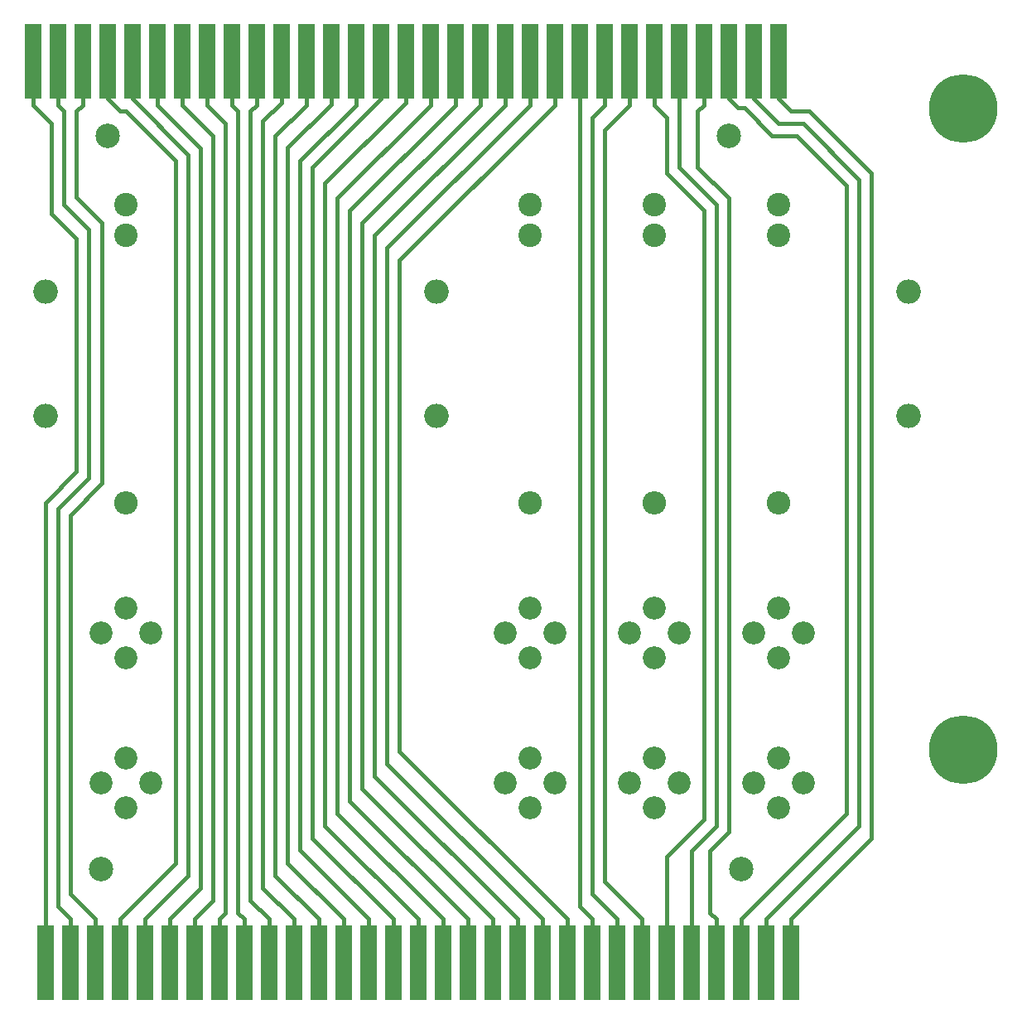
<source format=gtl>
%TF.GenerationSoftware,KiCad,Pcbnew,(5.1.9)-1*%
%TF.CreationDate,2021-05-05T16:31:56+08:00*%
%TF.ProjectId,Riser,52697365-722e-46b6-9963-61645f706362,rev?*%
%TF.SameCoordinates,Original*%
%TF.FileFunction,Copper,L1,Top*%
%TF.FilePolarity,Positive*%
%FSLAX46Y46*%
G04 Gerber Fmt 4.6, Leading zero omitted, Abs format (unit mm)*
G04 Created by KiCad (PCBNEW (5.1.9)-1) date 2021-05-05 16:31:56*
%MOMM*%
%LPD*%
G01*
G04 APERTURE LIST*
%TA.AperFunction,ComponentPad*%
%ADD10O,2.400000X2.400000*%
%TD*%
%TA.AperFunction,ComponentPad*%
%ADD11C,2.400000*%
%TD*%
%TA.AperFunction,ComponentPad*%
%ADD12C,7.000000*%
%TD*%
%TA.AperFunction,ComponentPad*%
%ADD13O,2.500000X2.500000*%
%TD*%
%TA.AperFunction,ComponentPad*%
%ADD14C,2.500000*%
%TD*%
%TA.AperFunction,ConnectorPad*%
%ADD15R,1.780000X7.620000*%
%TD*%
%TA.AperFunction,ComponentPad*%
%ADD16C,2.350000*%
%TD*%
%TA.AperFunction,Conductor*%
%ADD17C,0.400000*%
%TD*%
G04 APERTURE END LIST*
D10*
%TO.P,R2,2*%
%TO.N,Net-(F2-Pad1)*%
X173990000Y-91440000D03*
D11*
%TO.P,R2,1*%
%TO.N,-5V_OUT*%
X173990000Y-60960000D03*
X173990000Y-64135000D03*
%TD*%
D10*
%TO.P,R3,2*%
%TO.N,Net-(F3-Pad1)*%
X161290000Y-91440000D03*
D11*
%TO.P,R3,1*%
%TO.N,-12V_OUT*%
X161290000Y-60960000D03*
X161290000Y-64135000D03*
%TD*%
D10*
%TO.P,R4,2*%
%TO.N,Net-(F4-Pad1)*%
X148590000Y-91440000D03*
D11*
%TO.P,R4,1*%
%TO.N,12V_OUT*%
X148590000Y-60960000D03*
X148590000Y-64135000D03*
%TD*%
D10*
%TO.P,R1,2*%
%TO.N,Net-(F1-Pad1)*%
X107315000Y-91440000D03*
D11*
%TO.P,R1,1*%
%TO.N,VCC2_OUT*%
X107315000Y-60960000D03*
X107315000Y-64135000D03*
%TD*%
D12*
%TO.P,H2,1*%
%TO.N,GND1*%
X192913000Y-116713000D03*
%TD*%
%TO.P,H1,1*%
%TO.N,GND1*%
X192913000Y-51181000D03*
%TD*%
D13*
%TO.P,J5,1*%
%TO.N,GND3*%
X99060000Y-69850000D03*
%TO.P,J5,2*%
X99060000Y-82550000D03*
%TD*%
%TO.P,J4,1*%
%TO.N,GND2*%
X139065000Y-69850000D03*
%TO.P,J4,2*%
X139065000Y-82550000D03*
%TD*%
%TO.P,J3,1*%
%TO.N,GND1*%
X187325000Y-69850000D03*
%TO.P,J3,2*%
X187325000Y-82550000D03*
%TD*%
D14*
%TO.P,J7B1,1*%
%TO.N,VCC1_OUT*%
X168910000Y-53975000D03*
%TD*%
%TO.P,J7A1,1*%
%TO.N,VCC2_OUT*%
X105410000Y-53975000D03*
%TD*%
%TO.P,J6B1,1*%
%TO.N,VCC1_IN*%
X170180000Y-128905000D03*
%TD*%
%TO.P,J6A1,1*%
%TO.N,VCC2_IN*%
X104775000Y-128905000D03*
%TD*%
D15*
%TO.P,J2,62*%
%TO.N,A00*%
X97790000Y-46355000D03*
%TO.P,J2,61*%
%TO.N,A01*%
X100330000Y-46355000D03*
%TO.P,J2,60*%
%TO.N,A02*%
X102870000Y-46355000D03*
%TO.P,J2,59*%
%TO.N,A03*%
X105410000Y-46355000D03*
%TO.P,J2,58*%
%TO.N,A04*%
X107950000Y-46355000D03*
%TO.P,J2,57*%
%TO.N,A05*%
X110490000Y-46355000D03*
%TO.P,J2,56*%
%TO.N,A06*%
X113030000Y-46355000D03*
%TO.P,J2,55*%
%TO.N,A07*%
X115570000Y-46355000D03*
%TO.P,J2,54*%
%TO.N,A08*%
X118110000Y-46355000D03*
%TO.P,J2,53*%
%TO.N,A09*%
X120650000Y-46355000D03*
%TO.P,J2,52*%
%TO.N,A10*%
X123190000Y-46355000D03*
%TO.P,J2,51*%
%TO.N,A11*%
X125730000Y-46355000D03*
%TO.P,J2,50*%
%TO.N,A12*%
X128270000Y-46355000D03*
%TO.P,J2,49*%
%TO.N,A13*%
X130810000Y-46355000D03*
%TO.P,J2,48*%
%TO.N,A14*%
X133350000Y-46355000D03*
%TO.P,J2,47*%
%TO.N,A15*%
X135890000Y-46355000D03*
%TO.P,J2,46*%
%TO.N,A16*%
X138430000Y-46355000D03*
%TO.P,J2,45*%
%TO.N,A17*%
X140970000Y-46355000D03*
%TO.P,J2,44*%
%TO.N,A18*%
X143510000Y-46355000D03*
%TO.P,J2,43*%
%TO.N,A19*%
X146050000Y-46355000D03*
%TO.P,J2,42*%
%TO.N,AEN*%
X148590000Y-46355000D03*
%TO.P,J2,41*%
%TO.N,IOCHRDY*%
X151130000Y-46355000D03*
%TO.P,J2,40*%
%TO.N,D0*%
X153670000Y-46355000D03*
%TO.P,J2,39*%
%TO.N,D1*%
X156210000Y-46355000D03*
%TO.P,J2,38*%
%TO.N,D2*%
X158750000Y-46355000D03*
%TO.P,J2,37*%
%TO.N,D3*%
X161290000Y-46355000D03*
%TO.P,J2,36*%
%TO.N,D4*%
X163830000Y-46355000D03*
%TO.P,J2,35*%
%TO.N,D5*%
X166370000Y-46355000D03*
%TO.P,J2,34*%
%TO.N,D6*%
X168910000Y-46355000D03*
%TO.P,J2,33*%
%TO.N,D7*%
X171450000Y-46355000D03*
%TO.P,J2,32*%
%TO.N,~IO_CH_CK*%
X173990000Y-46355000D03*
%TD*%
D16*
%TO.P,F4,1*%
%TO.N,Net-(F4-Pad1)*%
X146050000Y-104775000D03*
X151130000Y-104775000D03*
%TO.P,F4,2*%
%TO.N,12V_IN*%
X146050000Y-120095000D03*
X151130000Y-120095000D03*
%TO.P,F4,1*%
%TO.N,Net-(F4-Pad1)*%
X148590000Y-102235000D03*
X148590000Y-107315000D03*
%TO.P,F4,2*%
%TO.N,12V_IN*%
X148590000Y-122635000D03*
X148590000Y-117555000D03*
%TD*%
%TO.P,F3,1*%
%TO.N,Net-(F3-Pad1)*%
X158750000Y-104775000D03*
X163830000Y-104775000D03*
%TO.P,F3,2*%
%TO.N,-12V_IN*%
X158750000Y-120095000D03*
X163830000Y-120095000D03*
%TO.P,F3,1*%
%TO.N,Net-(F3-Pad1)*%
X161290000Y-102235000D03*
X161290000Y-107315000D03*
%TO.P,F3,2*%
%TO.N,-12V_IN*%
X161290000Y-122635000D03*
X161290000Y-117555000D03*
%TD*%
%TO.P,F2,1*%
%TO.N,Net-(F2-Pad1)*%
X171450000Y-104775000D03*
X176530000Y-104775000D03*
%TO.P,F2,2*%
%TO.N,-5V_IN*%
X171450000Y-120095000D03*
X176530000Y-120095000D03*
%TO.P,F2,1*%
%TO.N,Net-(F2-Pad1)*%
X173990000Y-102235000D03*
X173990000Y-107315000D03*
%TO.P,F2,2*%
%TO.N,-5V_IN*%
X173990000Y-122635000D03*
X173990000Y-117555000D03*
%TD*%
%TO.P,F1,1*%
%TO.N,Net-(F1-Pad1)*%
X104775000Y-104775000D03*
X109855000Y-104775000D03*
%TO.P,F1,2*%
%TO.N,VCC2_IN*%
X104775000Y-120095000D03*
X109855000Y-120095000D03*
%TO.P,F1,1*%
%TO.N,Net-(F1-Pad1)*%
X107315000Y-102235000D03*
X107315000Y-107315000D03*
%TO.P,F1,2*%
%TO.N,VCC2_IN*%
X107315000Y-122635000D03*
X107315000Y-117555000D03*
%TD*%
D15*
%TO.P,J1,62*%
%TO.N,A00*%
X99060000Y-138430000D03*
%TO.P,J1,61*%
%TO.N,A01*%
X101600000Y-138430000D03*
%TO.P,J1,60*%
%TO.N,A02*%
X104140000Y-138430000D03*
%TO.P,J1,59*%
%TO.N,A03*%
X106680000Y-138430000D03*
%TO.P,J1,58*%
%TO.N,A04*%
X109220000Y-138430000D03*
%TO.P,J1,57*%
%TO.N,A05*%
X111760000Y-138430000D03*
%TO.P,J1,56*%
%TO.N,A06*%
X114300000Y-138430000D03*
%TO.P,J1,55*%
%TO.N,A07*%
X116840000Y-138430000D03*
%TO.P,J1,54*%
%TO.N,A08*%
X119380000Y-138430000D03*
%TO.P,J1,53*%
%TO.N,A09*%
X121920000Y-138430000D03*
%TO.P,J1,52*%
%TO.N,A10*%
X124460000Y-138430000D03*
%TO.P,J1,51*%
%TO.N,A11*%
X127000000Y-138430000D03*
%TO.P,J1,50*%
%TO.N,A12*%
X129540000Y-138430000D03*
%TO.P,J1,49*%
%TO.N,A13*%
X132080000Y-138430000D03*
%TO.P,J1,48*%
%TO.N,A14*%
X134620000Y-138430000D03*
%TO.P,J1,47*%
%TO.N,A15*%
X137160000Y-138430000D03*
%TO.P,J1,46*%
%TO.N,A16*%
X139700000Y-138430000D03*
%TO.P,J1,45*%
%TO.N,A17*%
X142240000Y-138430000D03*
%TO.P,J1,44*%
%TO.N,A18*%
X144780000Y-138430000D03*
%TO.P,J1,43*%
%TO.N,A19*%
X147320000Y-138430000D03*
%TO.P,J1,42*%
%TO.N,AEN*%
X149860000Y-138430000D03*
%TO.P,J1,41*%
%TO.N,IOCHRDY*%
X152400000Y-138430000D03*
%TO.P,J1,40*%
%TO.N,D0*%
X154940000Y-138430000D03*
%TO.P,J1,39*%
%TO.N,D1*%
X157480000Y-138430000D03*
%TO.P,J1,38*%
%TO.N,D2*%
X160020000Y-138430000D03*
%TO.P,J1,37*%
%TO.N,D3*%
X162560000Y-138430000D03*
%TO.P,J1,36*%
%TO.N,D4*%
X165100000Y-138430000D03*
%TO.P,J1,35*%
%TO.N,D5*%
X167640000Y-138430000D03*
%TO.P,J1,34*%
%TO.N,D6*%
X170180000Y-138430000D03*
%TO.P,J1,33*%
%TO.N,D7*%
X172720000Y-138430000D03*
%TO.P,J1,32*%
%TO.N,~IO_CH_CK*%
X175260000Y-138430000D03*
%TD*%
D17*
%TO.N,A00*%
X99060000Y-91440000D02*
X99060000Y-138430000D01*
X102235000Y-64452500D02*
X102235000Y-88265000D01*
X99695000Y-52705000D02*
X99695000Y-61912500D01*
X99695000Y-61912500D02*
X102235000Y-64452500D01*
X97790000Y-50800000D02*
X99695000Y-52705000D01*
X102235000Y-88265000D02*
X99060000Y-91440000D01*
X97790000Y-46355000D02*
X97790000Y-50800000D01*
%TO.N,A01*%
X100330000Y-50800000D02*
X100330000Y-46355000D01*
X100965000Y-60960000D02*
X100965000Y-51435000D01*
X103505000Y-63500000D02*
X100965000Y-60960000D01*
X100330000Y-92075000D02*
X103505000Y-88900000D01*
X100330000Y-132715000D02*
X100330000Y-92075000D01*
X103505000Y-88900000D02*
X103505000Y-63500000D01*
X101600000Y-133985000D02*
X100330000Y-132715000D01*
X100965000Y-51435000D02*
X100330000Y-50800000D01*
X101600000Y-138430000D02*
X101600000Y-133985000D01*
%TO.N,A02*%
X102870000Y-50800000D02*
X102870000Y-46355000D01*
X102235000Y-51435000D02*
X102870000Y-50800000D01*
X104862686Y-62865000D02*
X102235000Y-60237314D01*
X101600000Y-92710000D02*
X104862686Y-89447314D01*
X102235000Y-60237314D02*
X102235000Y-51435000D01*
X101600000Y-131445000D02*
X101600000Y-92710000D01*
X104140000Y-133985000D02*
X101600000Y-131445000D01*
X104862686Y-89447314D02*
X104862686Y-62865000D01*
X104140000Y-138430000D02*
X104140000Y-133985000D01*
%TO.N,A03*%
X106680000Y-133985000D02*
X106680000Y-138430000D01*
X112395000Y-128270000D02*
X106680000Y-133985000D01*
X112395000Y-56515000D02*
X112395000Y-128270000D01*
X107315000Y-51435000D02*
X112395000Y-56515000D01*
X106680000Y-51435000D02*
X107315000Y-51435000D01*
X105410000Y-50165000D02*
X106680000Y-51435000D01*
X105410000Y-46355000D02*
X105410000Y-50165000D01*
%TO.N,A04*%
X109220000Y-133985000D02*
X109220000Y-138430000D01*
X113665000Y-129540000D02*
X109220000Y-133985000D01*
X113665000Y-55880000D02*
X113665000Y-129540000D01*
X107950000Y-50165000D02*
X113665000Y-55880000D01*
X107950000Y-46355000D02*
X107950000Y-50165000D01*
%TO.N,A05*%
X110490000Y-50800000D02*
X110490000Y-46355000D01*
X114935000Y-55245000D02*
X110490000Y-50800000D01*
X114935000Y-130810000D02*
X114935000Y-55245000D01*
X111760000Y-133985000D02*
X114935000Y-130810000D01*
X111760000Y-138430000D02*
X111760000Y-133985000D01*
%TO.N,A06*%
X114300000Y-133985000D02*
X114300000Y-138430000D01*
X116205000Y-132080000D02*
X114300000Y-133985000D01*
X116205000Y-53975000D02*
X116205000Y-132080000D01*
X113030000Y-50800000D02*
X116205000Y-53975000D01*
X113030000Y-46355000D02*
X113030000Y-50800000D01*
%TO.N,A07*%
X115570000Y-50800000D02*
X115570000Y-46355000D01*
X117475000Y-52705000D02*
X115570000Y-50800000D01*
X117475000Y-133350000D02*
X117475000Y-52705000D01*
X116840000Y-133985000D02*
X117475000Y-133350000D01*
X116840000Y-138430000D02*
X116840000Y-133985000D01*
%TO.N,A08*%
X119380000Y-133985000D02*
X119380000Y-138430000D01*
X118745000Y-133350000D02*
X119380000Y-133985000D01*
X118745000Y-51435000D02*
X118745000Y-133350000D01*
X118110000Y-50800000D02*
X118745000Y-51435000D01*
X118110000Y-46355000D02*
X118110000Y-50800000D01*
%TO.N,A09*%
X121920000Y-133985000D02*
X121920000Y-138430000D01*
X120015000Y-132080000D02*
X121920000Y-133985000D01*
X120015000Y-51435000D02*
X120015000Y-132080000D01*
X120650000Y-50800000D02*
X120015000Y-51435000D01*
X120650000Y-46355000D02*
X120650000Y-50800000D01*
%TO.N,A10*%
X124460000Y-133989813D02*
X124460000Y-138430000D01*
X121285000Y-130814813D02*
X124460000Y-133989813D01*
X121285000Y-52470000D02*
X121285000Y-130814813D01*
X123190000Y-50565000D02*
X121285000Y-52470000D01*
X123190000Y-46355000D02*
X123190000Y-50565000D01*
%TO.N,A11*%
X125730000Y-50800000D02*
X125730000Y-46355000D01*
X122555000Y-53975000D02*
X125730000Y-50800000D01*
X122555000Y-129540000D02*
X122555000Y-53975000D01*
X127000000Y-133985000D02*
X122555000Y-129540000D01*
X127000000Y-138430000D02*
X127000000Y-133985000D01*
%TO.N,A12*%
X129540000Y-133985000D02*
X129540000Y-138430000D01*
X123825000Y-128270000D02*
X129540000Y-133985000D01*
X123825000Y-55193751D02*
X123825000Y-128270000D01*
X128270000Y-50748751D02*
X123825000Y-55193751D01*
X128270000Y-46355000D02*
X128270000Y-50748751D01*
%TO.N,A13*%
X132080000Y-133985000D02*
X132080000Y-138430000D01*
X125079989Y-126984989D02*
X132080000Y-133985000D01*
X125079989Y-56530011D02*
X125079989Y-126984989D01*
X130810000Y-50800000D02*
X125079989Y-56530011D01*
X130810000Y-46355000D02*
X130810000Y-50800000D01*
%TO.N,A14*%
X133350000Y-50165000D02*
X133350000Y-46355000D01*
X126365000Y-125730000D02*
X126365000Y-57150000D01*
X134620000Y-133985000D02*
X126365000Y-125730000D01*
X126365000Y-57150000D02*
X133350000Y-50165000D01*
X134620000Y-138430000D02*
X134620000Y-133985000D01*
%TO.N,A15*%
X137160000Y-133985000D02*
X137160000Y-138430000D01*
X127635000Y-124460000D02*
X137160000Y-133985000D01*
X135890000Y-50565000D02*
X127635000Y-58820000D01*
X127635000Y-58820000D02*
X127635000Y-124460000D01*
X135890000Y-46355000D02*
X135890000Y-50565000D01*
%TO.N,A16*%
X138430000Y-50800000D02*
X138430000Y-46355000D01*
X128905000Y-60325000D02*
X138430000Y-50800000D01*
X128905000Y-123190000D02*
X128905000Y-60325000D01*
X139700000Y-133985000D02*
X128905000Y-123190000D01*
X139700000Y-138430000D02*
X139700000Y-133985000D01*
%TO.N,A17*%
X142240000Y-133985000D02*
X142240000Y-138430000D01*
X130175000Y-121920000D02*
X142240000Y-133985000D01*
X130175000Y-61595000D02*
X130175000Y-121920000D01*
X140970000Y-50800000D02*
X130175000Y-61595000D01*
X140970000Y-46355000D02*
X140970000Y-50800000D01*
%TO.N,A18*%
X143510000Y-50800000D02*
X143510000Y-46355000D01*
X131445000Y-62865000D02*
X143510000Y-50800000D01*
X131445000Y-120650000D02*
X131445000Y-62865000D01*
X144780000Y-133985000D02*
X131445000Y-120650000D01*
X144780000Y-138430000D02*
X144780000Y-133985000D01*
%TO.N,A19*%
X147320000Y-133985000D02*
X147320000Y-138430000D01*
X132715000Y-119380000D02*
X147320000Y-133985000D01*
X132715000Y-64135000D02*
X132715000Y-119380000D01*
X146050000Y-50800000D02*
X132715000Y-64135000D01*
X146050000Y-46355000D02*
X146050000Y-50800000D01*
%TO.N,AEN*%
X148590000Y-50800000D02*
X148590000Y-46355000D01*
X133985000Y-65405000D02*
X148590000Y-50800000D01*
X133985000Y-118110000D02*
X133985000Y-65405000D01*
X149860000Y-133985000D02*
X133985000Y-118110000D01*
X149860000Y-138430000D02*
X149860000Y-133985000D01*
%TO.N,IOCHRDY*%
X151130000Y-50800000D02*
X151130000Y-46355000D01*
X135255000Y-66675000D02*
X151130000Y-50800000D01*
X135255000Y-116840000D02*
X135255000Y-66675000D01*
X152400000Y-133985000D02*
X135255000Y-116840000D01*
X152400000Y-138430000D02*
X152400000Y-133985000D01*
%TO.N,D0*%
X153670000Y-50800000D02*
X153670000Y-46355000D01*
X153670000Y-132715000D02*
X153670000Y-50800000D01*
X154940000Y-133985000D02*
X153670000Y-132715000D01*
X154940000Y-138430000D02*
X154940000Y-133985000D01*
%TO.N,D1*%
X154940000Y-131445000D02*
X157480000Y-133985000D01*
X154940000Y-52070000D02*
X154940000Y-131445000D01*
X157480000Y-133985000D02*
X157480000Y-138430000D01*
X156210000Y-50800000D02*
X154940000Y-52070000D01*
X156210000Y-46355000D02*
X156210000Y-50800000D01*
%TO.N,D2*%
X158750000Y-50800000D02*
X158750000Y-46355000D01*
X156210000Y-53340000D02*
X158750000Y-50800000D01*
X156210000Y-130175000D02*
X156210000Y-53340000D01*
X160020000Y-133985000D02*
X156210000Y-130175000D01*
X160020000Y-138430000D02*
X160020000Y-133985000D01*
%TO.N,D3*%
X161290000Y-50800000D02*
X161290000Y-46355000D01*
X162560000Y-52070000D02*
X161290000Y-50800000D01*
X162560000Y-57785000D02*
X162560000Y-52070000D01*
X166370000Y-61595000D02*
X162560000Y-57785000D01*
X166370000Y-123825000D02*
X166370000Y-61595000D01*
X162560000Y-127635000D02*
X166370000Y-123825000D01*
X162560000Y-138430000D02*
X162560000Y-127635000D01*
%TO.N,D4*%
X165100000Y-127000000D02*
X165100000Y-138430000D01*
X167640000Y-124460000D02*
X165100000Y-127000000D01*
X167640000Y-60960000D02*
X167640000Y-124460000D01*
X163830000Y-57150000D02*
X167640000Y-60960000D01*
X163830000Y-46355000D02*
X163830000Y-57150000D01*
%TO.N,D5*%
X167640000Y-133985000D02*
X167640000Y-138430000D01*
X167005000Y-133350000D02*
X167640000Y-133985000D01*
X167005000Y-127000000D02*
X167005000Y-133350000D01*
X165735000Y-57150000D02*
X168910000Y-60325000D01*
X168910000Y-125095000D02*
X167005000Y-127000000D01*
X165735000Y-51435000D02*
X165735000Y-57150000D01*
X168910000Y-60325000D02*
X168910000Y-125095000D01*
X166370000Y-50800000D02*
X165735000Y-51435000D01*
X166370000Y-46355000D02*
X166370000Y-50800000D01*
%TO.N,D6*%
X170180000Y-133985000D02*
X170180000Y-138430000D01*
X180975000Y-123190000D02*
X170180000Y-133985000D01*
X180975000Y-59055000D02*
X180975000Y-123190000D01*
X175895000Y-53975000D02*
X180975000Y-59055000D01*
X173355000Y-53975000D02*
X175895000Y-53975000D01*
X170497500Y-51117500D02*
X173355000Y-53975000D01*
X168910000Y-50165000D02*
X169862500Y-51117500D01*
X169862500Y-51117500D02*
X170497500Y-51117500D01*
X168910000Y-46355000D02*
X168910000Y-50165000D01*
%TO.N,D7*%
X182245000Y-124460000D02*
X172720000Y-133985000D01*
X182245000Y-58420000D02*
X182245000Y-124460000D01*
X176530000Y-52705000D02*
X182245000Y-58420000D01*
X173990000Y-52705000D02*
X176530000Y-52705000D01*
X171450000Y-50165000D02*
X173990000Y-52705000D01*
X172720000Y-133985000D02*
X172720000Y-138430000D01*
X171450000Y-46355000D02*
X171450000Y-50165000D01*
%TO.N,~IO_CH_CK*%
X175260000Y-133985000D02*
X175260000Y-138430000D01*
X183515000Y-125730000D02*
X175260000Y-133985000D01*
X183515000Y-57785000D02*
X183515000Y-125730000D01*
X175260000Y-51435000D02*
X177165000Y-51435000D01*
X177165000Y-51435000D02*
X183515000Y-57785000D01*
X173990000Y-50165000D02*
X175260000Y-51435000D01*
X173990000Y-46355000D02*
X173990000Y-50165000D01*
%TD*%
M02*

</source>
